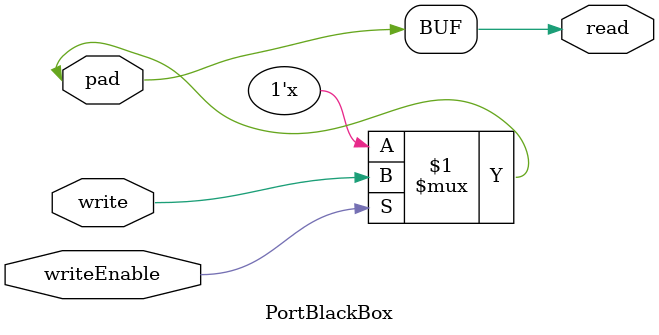
<source format=v>
module PortBlackBox
(
  output  read,
  input  write,
  input  writeEnable,
  inout  pad
);


  assign pad = writeEnable ? write : 1'bZ;
  assign read = pad;
endmodule

</source>
